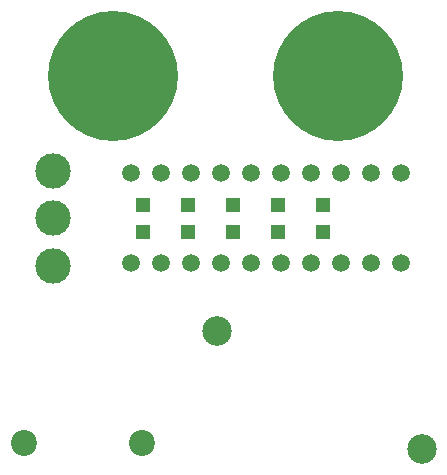
<source format=gbs>
%FSLAX34Y34*%
G04 Gerber Fmt 3.4, Leading zero omitted, Abs format*
G04 (created by PCBNEW (2014-01-30 BZR 4648)-product) date Sat Mar  1 14:05:08 2014*
%MOIN*%
G01*
G70*
G90*
G04 APERTURE LIST*
%ADD10C,0.013780*%
%ADD11C,0.433071*%
%ADD12C,0.118110*%
%ADD13R,0.051181X0.047244*%
%ADD14C,0.059055*%
%ADD15C,0.086614*%
%ADD16C,0.098425*%
G04 APERTURE END LIST*
G54D10*
G54D11*
X4250Y13750D03*
X11750Y13750D03*
G54D12*
X2250Y7425D03*
X2250Y9000D03*
X2250Y10574D03*
G54D13*
X9750Y8550D03*
X9750Y9450D03*
G54D14*
X12875Y7500D03*
X12875Y10500D03*
X13875Y7500D03*
X13875Y10500D03*
G54D13*
X6750Y8550D03*
X6750Y9450D03*
X11250Y9450D03*
X11250Y8550D03*
G54D14*
X7875Y10500D03*
X6875Y10500D03*
X5875Y10500D03*
X4875Y10500D03*
X8875Y10500D03*
X9875Y10500D03*
X10875Y10500D03*
X4875Y7500D03*
X5875Y7500D03*
X6875Y7500D03*
X7875Y7500D03*
X8875Y7500D03*
X9875Y7500D03*
X10875Y7500D03*
G54D13*
X8250Y9450D03*
X8250Y8550D03*
X5250Y9450D03*
X5250Y8550D03*
G54D15*
X5218Y1500D03*
X1281Y1500D03*
G54D14*
X11875Y10500D03*
X11875Y7500D03*
G54D16*
X14545Y1318D03*
X7726Y5255D03*
M02*

</source>
